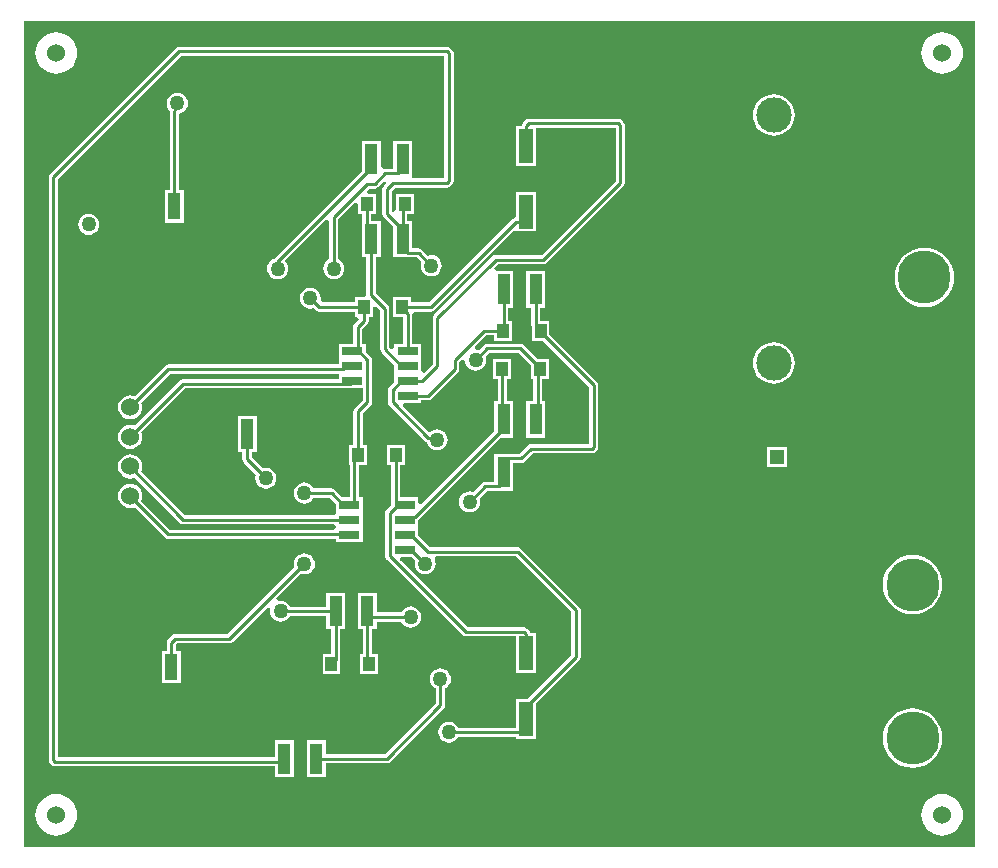
<source format=gbr>
%TF.GenerationSoftware,Altium Limited,Altium Designer,20.0.12 (288)*%
G04 Layer_Physical_Order=1*
G04 Layer_Color=255*
%FSLAX44Y44*%
%MOMM*%
%TF.FileFunction,Copper,L1,Top,Signal*%
%TF.Part,Single*%
G01*
G75*
%TA.AperFunction,SMDPad,CuDef*%
%ADD10R,1.2000X2.8500*%
%ADD11R,1.1000X2.2500*%
%ADD12R,1.1000X2.6000*%
%ADD13R,1.0000X1.2000*%
%ADD14R,1.7800X0.7200*%
%TA.AperFunction,Conductor*%
%ADD15C,0.2540*%
%TA.AperFunction,ComponentPad*%
%ADD16C,1.2000*%
%ADD17R,1.2000X1.2000*%
%TA.AperFunction,TestPad*%
%ADD18C,4.5000*%
%TA.AperFunction,ViaPad*%
%ADD19C,1.5240*%
%TA.AperFunction,ComponentPad*%
%ADD20C,3.0000*%
%ADD21C,1.5240*%
%TA.AperFunction,ViaPad*%
%ADD22C,1.2700*%
G36*
X805000Y0D02*
X0D01*
Y700000D01*
X805000D01*
Y0D01*
D02*
G37*
%LPC*%
G36*
X777500Y690125D02*
X774062Y689786D01*
X770755Y688783D01*
X767708Y687154D01*
X765037Y684963D01*
X762846Y682292D01*
X761217Y679245D01*
X760214Y675938D01*
X759875Y672500D01*
X760214Y669062D01*
X761217Y665755D01*
X762846Y662708D01*
X765037Y660037D01*
X767708Y657846D01*
X770755Y656217D01*
X774062Y655214D01*
X777500Y654875D01*
X780938Y655214D01*
X784245Y656217D01*
X787292Y657846D01*
X789963Y660037D01*
X792154Y662708D01*
X793783Y665755D01*
X794786Y669062D01*
X795125Y672500D01*
X794786Y675938D01*
X793783Y679245D01*
X792154Y682292D01*
X789963Y684963D01*
X787292Y687154D01*
X784245Y688783D01*
X780938Y689786D01*
X777500Y690125D01*
D02*
G37*
G36*
X27500D02*
X24062Y689786D01*
X20755Y688783D01*
X17708Y687154D01*
X15037Y684963D01*
X12845Y682292D01*
X11217Y679245D01*
X10214Y675938D01*
X9875Y672500D01*
X10214Y669062D01*
X11217Y665755D01*
X12845Y662708D01*
X15037Y660037D01*
X17708Y657846D01*
X20755Y656217D01*
X24062Y655214D01*
X27500Y654875D01*
X30938Y655214D01*
X34245Y656217D01*
X37292Y657846D01*
X39963Y660037D01*
X42154Y662708D01*
X43783Y665755D01*
X44786Y669062D01*
X45125Y672500D01*
X44786Y675938D01*
X43783Y679245D01*
X42154Y682292D01*
X39963Y684963D01*
X37292Y687154D01*
X34245Y688783D01*
X30938Y689786D01*
X27500Y690125D01*
D02*
G37*
G36*
X635000Y637625D02*
X631562Y637286D01*
X628255Y636284D01*
X625208Y634655D01*
X622537Y632463D01*
X620345Y629792D01*
X618717Y626745D01*
X617714Y623439D01*
X617375Y620000D01*
X617714Y616562D01*
X618717Y613256D01*
X620345Y610209D01*
X622537Y607538D01*
X625208Y605346D01*
X628255Y603717D01*
X631562Y602714D01*
X635000Y602375D01*
X638438Y602714D01*
X641745Y603717D01*
X644792Y605346D01*
X647463Y607538D01*
X649654Y610209D01*
X651283Y613256D01*
X652286Y616562D01*
X652625Y620000D01*
X652286Y623439D01*
X651283Y626745D01*
X649654Y629792D01*
X647463Y632463D01*
X644792Y634655D01*
X641745Y636284D01*
X638438Y637286D01*
X635000Y637625D01*
D02*
G37*
G36*
X358512Y677872D02*
X131488D01*
X130001Y677577D01*
X128741Y676735D01*
X22253Y570247D01*
X21411Y568987D01*
X21115Y567500D01*
Y73988D01*
X21411Y72501D01*
X22253Y71241D01*
X23741Y69753D01*
X25001Y68911D01*
X26488Y68615D01*
X212460D01*
Y59460D01*
X228540D01*
Y90540D01*
X212460D01*
Y76385D01*
X28885D01*
Y565891D01*
X133097Y670103D01*
X356115D01*
Y566385D01*
X331342D01*
X329040Y566960D01*
X329040Y568925D01*
Y598040D01*
X312960D01*
Y574655D01*
X306158D01*
X304672Y574359D01*
X304580Y574298D01*
X302040Y575656D01*
Y598040D01*
X285960D01*
Y572454D01*
X211805Y498299D01*
X210517Y497765D01*
X208660Y496340D01*
X207235Y494483D01*
X206339Y492321D01*
X206033Y490000D01*
X206339Y487679D01*
X207235Y485517D01*
X208660Y483660D01*
X210517Y482235D01*
X212679Y481339D01*
X215000Y481033D01*
X217321Y481339D01*
X219483Y482235D01*
X221340Y483660D01*
X222765Y485517D01*
X223661Y487679D01*
X223967Y490000D01*
X223661Y492321D01*
X222765Y494483D01*
X221340Y496340D01*
X221309Y496816D01*
X256075Y531582D01*
X258615Y530530D01*
Y498013D01*
X258017Y497766D01*
X256160Y496340D01*
X254735Y494483D01*
X253839Y492321D01*
X253533Y490000D01*
X253839Y487679D01*
X254735Y485517D01*
X256160Y483660D01*
X258017Y482235D01*
X260179Y481339D01*
X262500Y481033D01*
X264821Y481339D01*
X266983Y482235D01*
X268841Y483660D01*
X270266Y485517D01*
X271161Y487679D01*
X271467Y490000D01*
X271161Y492321D01*
X270266Y494483D01*
X268841Y496340D01*
X266983Y497766D01*
X266385Y498013D01*
Y531779D01*
X280613Y546007D01*
X282960Y545036D01*
Y536460D01*
X286616D01*
Y530540D01*
X285960D01*
Y499460D01*
X290116D01*
Y467888D01*
X287893Y466040D01*
X280460D01*
Y461385D01*
X253374D01*
X252927Y461646D01*
X251309Y463800D01*
X251467Y465000D01*
X251161Y467321D01*
X250265Y469483D01*
X248840Y471340D01*
X246983Y472765D01*
X244821Y473661D01*
X242500Y473967D01*
X240179Y473661D01*
X238017Y472765D01*
X236160Y471340D01*
X234735Y469483D01*
X233839Y467321D01*
X233533Y465000D01*
X233839Y462679D01*
X234735Y460517D01*
X236160Y458660D01*
X238017Y457235D01*
X240179Y456339D01*
X242500Y456033D01*
X244821Y456339D01*
X245419Y456587D01*
X247253Y454753D01*
X248513Y453911D01*
X250000Y453615D01*
X280460D01*
Y448960D01*
X282452D01*
X283426Y446420D01*
X279899Y442893D01*
X279057Y441633D01*
X278761Y440146D01*
Y426340D01*
X266760D01*
Y416180D01*
X266760Y414060D01*
X266760D01*
Y413640D01*
X266760D01*
Y408885D01*
X122500D01*
X121013Y408589D01*
X119753Y407747D01*
X93891Y381885D01*
X92652Y382398D01*
X90000Y382748D01*
X87348Y382398D01*
X84876Y381375D01*
X82754Y379746D01*
X81125Y377624D01*
X80101Y375152D01*
X79752Y372500D01*
X80101Y369848D01*
X81125Y367376D01*
X82754Y365254D01*
X84876Y363625D01*
X87348Y362601D01*
X90000Y362252D01*
X92652Y362601D01*
X95124Y363625D01*
X97246Y365254D01*
X98875Y367376D01*
X99899Y369848D01*
X100248Y372500D01*
X99899Y375152D01*
X99385Y376391D01*
X124109Y401115D01*
X264293D01*
X264372Y401110D01*
X266760Y400367D01*
Y396385D01*
X135000D01*
X133514Y396089D01*
X132254Y395247D01*
X93891Y356885D01*
X92652Y357398D01*
X90000Y357747D01*
X87348Y357398D01*
X84876Y356374D01*
X82754Y354746D01*
X81125Y352623D01*
X80101Y350152D01*
X79752Y347500D01*
X80101Y344847D01*
X81125Y342376D01*
X82754Y340253D01*
X84876Y338625D01*
X87348Y337601D01*
X90000Y337252D01*
X92652Y337601D01*
X95124Y338625D01*
X97246Y340253D01*
X98875Y342376D01*
X99899Y344847D01*
X100248Y347500D01*
X99899Y350152D01*
X99385Y351391D01*
X136609Y388615D01*
X275900D01*
X276124Y388660D01*
X287025D01*
Y378531D01*
X280253Y371759D01*
X279411Y370499D01*
X279115Y369012D01*
Y341040D01*
X275460D01*
Y323960D01*
X276115D01*
Y296340D01*
X269754D01*
X263347Y302747D01*
X262087Y303589D01*
X260600Y303885D01*
X245513D01*
X245265Y304483D01*
X243840Y306340D01*
X241983Y307765D01*
X239821Y308661D01*
X237500Y308967D01*
X235179Y308661D01*
X233017Y307765D01*
X231160Y306340D01*
X229735Y304483D01*
X228839Y302321D01*
X228533Y300000D01*
X228839Y297679D01*
X229735Y295517D01*
X231160Y293660D01*
X233017Y292235D01*
X235179Y291339D01*
X237500Y291033D01*
X239821Y291339D01*
X241983Y292235D01*
X243840Y293660D01*
X245265Y295517D01*
X245513Y296115D01*
X258991D01*
X264260Y290846D01*
X264260Y283181D01*
X262464Y281385D01*
X136609D01*
X99385Y318608D01*
X99899Y319848D01*
X100248Y322500D01*
X99899Y325152D01*
X98875Y327624D01*
X97246Y329746D01*
X95124Y331375D01*
X92652Y332398D01*
X90000Y332748D01*
X87348Y332398D01*
X84876Y331375D01*
X82754Y329746D01*
X81125Y327624D01*
X80101Y325152D01*
X79752Y322500D01*
X80101Y319848D01*
X81125Y317376D01*
X82754Y315254D01*
X84876Y313625D01*
X87348Y312602D01*
X90000Y312252D01*
X92652Y312602D01*
X93891Y313115D01*
X132253Y274753D01*
X133513Y273911D01*
X135000Y273615D01*
X262464D01*
X263986Y272094D01*
X264160Y271402D01*
X263011Y268885D01*
X124109D01*
X99385Y293608D01*
X99899Y294848D01*
X100248Y297500D01*
X99899Y300152D01*
X98875Y302624D01*
X97246Y304746D01*
X95124Y306374D01*
X92652Y307398D01*
X90000Y307747D01*
X87348Y307398D01*
X84876Y306374D01*
X82754Y304746D01*
X81125Y302624D01*
X80101Y300152D01*
X79752Y297500D01*
X80101Y294848D01*
X81125Y292376D01*
X82754Y290254D01*
X84876Y288625D01*
X87348Y287601D01*
X90000Y287252D01*
X92652Y287601D01*
X93891Y288115D01*
X119753Y262253D01*
X121013Y261411D01*
X122500Y261115D01*
X264260D01*
Y258660D01*
X287140D01*
Y268820D01*
X287140Y270940D01*
X287140Y273480D01*
Y281520D01*
X287140Y283640D01*
X287140Y286180D01*
Y296340D01*
X283885D01*
Y323960D01*
X290540D01*
Y341040D01*
X286885D01*
Y367403D01*
X293657Y374175D01*
X294499Y375435D01*
X294795Y376922D01*
Y412790D01*
X294499Y414277D01*
X293657Y415537D01*
X289640Y419554D01*
Y426340D01*
X286531D01*
Y438537D01*
X290747Y442753D01*
X291589Y444013D01*
X291885Y445500D01*
Y447000D01*
X291885Y447000D01*
Y448960D01*
X295540D01*
Y457536D01*
X297887Y458508D01*
X301800Y454594D01*
Y421515D01*
X302096Y420028D01*
X302938Y418768D01*
X313560Y408146D01*
X313560Y401360D01*
X313560Y398820D01*
Y394154D01*
X309543Y390137D01*
X308701Y388877D01*
X308405Y387390D01*
Y376922D01*
X308701Y375435D01*
X309543Y374175D01*
X339521Y344197D01*
X340781Y343355D01*
X341263Y343259D01*
X341339Y342679D01*
X342235Y340517D01*
X343660Y338660D01*
X345517Y337235D01*
X347679Y336339D01*
X350000Y336033D01*
X352321Y336339D01*
X354483Y337235D01*
X356340Y338660D01*
X357765Y340517D01*
X358661Y342679D01*
X358967Y345000D01*
X358661Y347321D01*
X357765Y349483D01*
X356340Y351340D01*
X354483Y352765D01*
X352321Y353661D01*
X350000Y353967D01*
X347679Y353661D01*
X345517Y352765D01*
X343660Y351340D01*
X343383Y351322D01*
X321092Y373613D01*
X322064Y375960D01*
X336440D01*
Y378615D01*
X342500D01*
X343987Y378911D01*
X345247Y379753D01*
X367747Y402253D01*
X368589Y403513D01*
X368885Y405000D01*
Y410891D01*
X371044Y413050D01*
X372285Y412776D01*
X373598Y412012D01*
X373839Y410179D01*
X374735Y408017D01*
X376160Y406160D01*
X378017Y404735D01*
X380179Y403839D01*
X382500Y403533D01*
X384821Y403839D01*
X386983Y404735D01*
X388840Y406160D01*
X390265Y408017D01*
X391161Y410179D01*
X391467Y412500D01*
X391161Y414821D01*
X390913Y415419D01*
X394109Y418615D01*
X418891D01*
X429460Y408046D01*
Y396460D01*
X431115D01*
Y378040D01*
X425460D01*
Y346960D01*
X441540D01*
Y378040D01*
X438885D01*
Y396460D01*
X444540D01*
Y413540D01*
X434954D01*
X423247Y425247D01*
X421987Y426089D01*
X420500Y426385D01*
X392500D01*
X391013Y426089D01*
X389753Y425247D01*
X385419Y420913D01*
X384821Y421161D01*
X382988Y421402D01*
X382224Y422715D01*
X381950Y423956D01*
X391609Y433615D01*
X397960D01*
Y428960D01*
X413040D01*
Y446040D01*
X410385D01*
Y456960D01*
X414540D01*
Y488040D01*
X400901D01*
X399609Y488040D01*
X398005Y490116D01*
X398050Y490556D01*
X401109Y493615D01*
X440000D01*
X441487Y493911D01*
X442747Y494753D01*
X507747Y559753D01*
X508589Y561013D01*
X508885Y562500D01*
Y611512D01*
X508589Y612999D01*
X507747Y614259D01*
X506259Y615747D01*
X504999Y616589D01*
X503512Y616885D01*
X427500D01*
X426013Y616589D01*
X424753Y615747D01*
X422253Y613247D01*
X421411Y611987D01*
X421123Y610540D01*
X416460D01*
Y576960D01*
X433540D01*
Y609115D01*
X501115D01*
Y564109D01*
X438391Y501385D01*
X399500D01*
X398013Y501089D01*
X396753Y500247D01*
X347253Y450747D01*
X346411Y449487D01*
X346115Y448000D01*
Y409109D01*
X338980Y401974D01*
X336440Y403026D01*
X336440Y411520D01*
X336440Y413640D01*
X336440D01*
Y414060D01*
X336440D01*
Y426340D01*
X328885D01*
Y451500D01*
X330991Y453615D01*
X344750D01*
X346237Y453911D01*
X347497Y454753D01*
X414865Y522121D01*
X416460Y521460D01*
Y521460D01*
X433540D01*
Y555040D01*
X416460D01*
Y533269D01*
X415191Y533017D01*
X413931Y532175D01*
X343141Y461385D01*
X327540D01*
Y466040D01*
X312460D01*
Y448960D01*
X321115D01*
Y426340D01*
X313560D01*
Y422663D01*
X311329Y421708D01*
X309570Y423156D01*
Y456203D01*
X309274Y457690D01*
X308432Y458950D01*
X297885Y469497D01*
Y499460D01*
X302040D01*
Y530540D01*
X294385D01*
Y536460D01*
X298040D01*
Y553540D01*
X291464D01*
X290492Y555886D01*
X292395Y557789D01*
X297062D01*
X298549Y558085D01*
X299809Y558927D01*
X305846Y564964D01*
X305873Y564959D01*
X306709Y562203D01*
X304753Y560247D01*
X303911Y558987D01*
X303615Y557500D01*
Y536000D01*
X303911Y534514D01*
X304753Y533253D01*
X312960Y525046D01*
Y499460D01*
X324855D01*
X325230Y499385D01*
X332621D01*
X336587Y495420D01*
X336339Y494821D01*
X336033Y492500D01*
X336339Y490179D01*
X337235Y488017D01*
X338660Y486160D01*
X340517Y484735D01*
X342679Y483839D01*
X345000Y483533D01*
X347321Y483839D01*
X349483Y484735D01*
X351340Y486160D01*
X352765Y488017D01*
X353661Y490179D01*
X353967Y492500D01*
X353661Y494821D01*
X352765Y496983D01*
X351340Y498840D01*
X349483Y500265D01*
X347321Y501161D01*
X345000Y501467D01*
X342679Y501161D01*
X342080Y500913D01*
X336977Y506017D01*
X335717Y506859D01*
X334230Y507155D01*
X329040D01*
Y530540D01*
X324885D01*
Y536460D01*
X330040D01*
Y553540D01*
X314960D01*
Y539355D01*
X312420Y538083D01*
X311385Y538857D01*
Y555891D01*
X314109Y558615D01*
X358512D01*
X359999Y558911D01*
X361259Y559753D01*
X362747Y561241D01*
X363589Y562501D01*
X363885Y563988D01*
Y672500D01*
X363589Y673987D01*
X362747Y675247D01*
X361259Y676735D01*
X359999Y677577D01*
X358512Y677872D01*
D02*
G37*
G36*
X130000Y638967D02*
X127679Y638661D01*
X125517Y637765D01*
X123660Y636340D01*
X122235Y634483D01*
X121339Y632321D01*
X121033Y630000D01*
X121339Y627679D01*
X122235Y625517D01*
X123660Y623660D01*
X123660Y623659D01*
X123615Y623432D01*
Y556540D01*
X119460D01*
Y528960D01*
X135540D01*
Y556540D01*
X131385D01*
Y621216D01*
X132321Y621339D01*
X134483Y622235D01*
X136340Y623660D01*
X137765Y625517D01*
X138661Y627679D01*
X138967Y630000D01*
X138661Y632321D01*
X137765Y634483D01*
X136340Y636340D01*
X134483Y637765D01*
X132321Y638661D01*
X130000Y638967D01*
D02*
G37*
G36*
X55000Y536467D02*
X52679Y536161D01*
X50517Y535266D01*
X48660Y533840D01*
X47235Y531983D01*
X46339Y529821D01*
X46033Y527500D01*
X46339Y525179D01*
X47235Y523017D01*
X48660Y521160D01*
X50517Y519735D01*
X52679Y518839D01*
X55000Y518533D01*
X57321Y518839D01*
X59483Y519735D01*
X61340Y521160D01*
X62765Y523017D01*
X63661Y525179D01*
X63967Y527500D01*
X63661Y529821D01*
X62765Y531983D01*
X61340Y533840D01*
X59483Y535266D01*
X57321Y536161D01*
X55000Y536467D01*
D02*
G37*
G36*
X762500Y507661D02*
X757591Y507178D01*
X752871Y505746D01*
X748521Y503421D01*
X744708Y500292D01*
X741579Y496479D01*
X739254Y492129D01*
X737822Y487409D01*
X737339Y482500D01*
X737822Y477591D01*
X739254Y472871D01*
X741579Y468521D01*
X744708Y464708D01*
X748521Y461579D01*
X752871Y459254D01*
X757591Y457822D01*
X762500Y457339D01*
X767409Y457822D01*
X772129Y459254D01*
X776479Y461579D01*
X780292Y464708D01*
X783421Y468521D01*
X785746Y472871D01*
X787178Y477591D01*
X787661Y482500D01*
X787178Y487409D01*
X785746Y492129D01*
X783421Y496479D01*
X780292Y500292D01*
X776479Y503421D01*
X772129Y505746D01*
X767409Y507178D01*
X762500Y507661D01*
D02*
G37*
G36*
X635000Y427625D02*
X631562Y427286D01*
X628255Y426283D01*
X625208Y424655D01*
X622537Y422463D01*
X620345Y419792D01*
X618717Y416745D01*
X617714Y413439D01*
X617375Y410000D01*
X617714Y406562D01*
X618717Y403256D01*
X620345Y400208D01*
X622537Y397538D01*
X625208Y395346D01*
X628255Y393717D01*
X631562Y392714D01*
X635000Y392375D01*
X638438Y392714D01*
X641745Y393717D01*
X644792Y395346D01*
X647463Y397538D01*
X649654Y400208D01*
X651283Y403256D01*
X652286Y406562D01*
X652625Y410000D01*
X652286Y413439D01*
X651283Y416745D01*
X649654Y419792D01*
X647463Y422463D01*
X644792Y424655D01*
X641745Y426283D01*
X638438Y427286D01*
X635000Y427625D01*
D02*
G37*
G36*
X646040Y339040D02*
X628960D01*
Y321960D01*
X646040D01*
Y339040D01*
D02*
G37*
G36*
X197040Y365541D02*
X180960D01*
Y334461D01*
X185116D01*
Y328500D01*
X185411Y327013D01*
X186253Y325753D01*
X196587Y315419D01*
X196339Y314821D01*
X196033Y312500D01*
X196339Y310179D01*
X197235Y308017D01*
X198660Y306160D01*
X200517Y304735D01*
X202679Y303839D01*
X205000Y303533D01*
X207321Y303839D01*
X209483Y304735D01*
X211340Y306160D01*
X212765Y308017D01*
X213661Y310179D01*
X213967Y312500D01*
X213661Y314821D01*
X212765Y316983D01*
X211340Y318840D01*
X209483Y320265D01*
X207321Y321161D01*
X205000Y321467D01*
X202679Y321161D01*
X202080Y320913D01*
X192885Y330109D01*
Y334461D01*
X197040D01*
Y365541D01*
D02*
G37*
G36*
X441540Y488040D02*
X425460D01*
Y456960D01*
X429616D01*
Y442500D01*
X429911Y441013D01*
X429960Y440940D01*
Y428960D01*
X439546D01*
X478615Y389891D01*
Y341385D01*
X429612D01*
X428125Y341089D01*
X426865Y340247D01*
X419732Y333114D01*
X410730D01*
X410355Y333040D01*
X398460D01*
Y309654D01*
X390770D01*
X389283Y309359D01*
X388023Y308517D01*
X380420Y300913D01*
X379821Y301161D01*
X377500Y301467D01*
X375179Y301161D01*
X373017Y300265D01*
X371160Y298840D01*
X369735Y296983D01*
X368839Y294821D01*
X368533Y292500D01*
X368839Y290179D01*
X369735Y288017D01*
X371160Y286160D01*
X373017Y284735D01*
X375179Y283839D01*
X377500Y283533D01*
X379821Y283839D01*
X381983Y284735D01*
X383840Y286160D01*
X385265Y288017D01*
X386161Y290179D01*
X386467Y292500D01*
X386161Y294821D01*
X385913Y295419D01*
X392379Y301885D01*
X402270D01*
X402645Y301960D01*
X414540D01*
Y325345D01*
X421341D01*
X422828Y325641D01*
X424088Y326483D01*
X431221Y333615D01*
X481012D01*
X482499Y333911D01*
X483759Y334753D01*
X485247Y336241D01*
X486089Y337501D01*
X486385Y338988D01*
Y391500D01*
X486089Y392987D01*
X485247Y394247D01*
X445040Y434454D01*
Y446040D01*
X437385D01*
Y456960D01*
X441540D01*
Y488040D01*
D02*
G37*
G36*
X412540Y413540D02*
X397460D01*
Y396460D01*
X401115D01*
Y378040D01*
X398460D01*
Y352454D01*
X336287Y290281D01*
X333940Y291253D01*
Y296340D01*
X318885D01*
Y323960D01*
X322540D01*
Y341040D01*
X307460D01*
Y323960D01*
X311115D01*
Y296340D01*
X311060D01*
Y289554D01*
X307043Y285537D01*
X306201Y284277D01*
X305905Y282790D01*
Y246922D01*
X306201Y245435D01*
X307043Y244175D01*
X371465Y179753D01*
X372725Y178911D01*
X374212Y178615D01*
X416460D01*
Y147460D01*
X433540D01*
Y181040D01*
X428754D01*
X428464Y182499D01*
X427622Y183759D01*
X426134Y185247D01*
X424874Y186089D01*
X423387Y186385D01*
X375821D01*
X318592Y243613D01*
X319564Y245960D01*
X328446D01*
X331444Y242962D01*
X331179Y242321D01*
X330873Y240000D01*
X331179Y237679D01*
X332075Y235517D01*
X333500Y233660D01*
X335357Y232235D01*
X337519Y231339D01*
X339840Y231033D01*
X342161Y231339D01*
X344323Y232235D01*
X346180Y233660D01*
X347605Y235517D01*
X348501Y237679D01*
X348807Y240000D01*
X348501Y242321D01*
X347915Y243735D01*
X349132Y246275D01*
X416743D01*
X463615Y199403D01*
Y162609D01*
X426546Y125540D01*
X416460D01*
Y101385D01*
X368013D01*
X367765Y101983D01*
X366340Y103840D01*
X364483Y105265D01*
X362321Y106161D01*
X360000Y106467D01*
X357679Y106161D01*
X355517Y105265D01*
X353660Y103840D01*
X352235Y101983D01*
X351339Y99821D01*
X351033Y97500D01*
X351339Y95179D01*
X352235Y93017D01*
X353660Y91160D01*
X355517Y89735D01*
X357679Y88839D01*
X360000Y88533D01*
X362321Y88839D01*
X364483Y89735D01*
X366340Y91160D01*
X367765Y93017D01*
X368013Y93615D01*
X416460D01*
Y91960D01*
X433540D01*
Y121546D01*
X470247Y158253D01*
X471089Y159513D01*
X471385Y161000D01*
Y201012D01*
X471089Y202499D01*
X470247Y203759D01*
X421099Y252907D01*
X419839Y253749D01*
X418352Y254045D01*
X344049D01*
X333940Y264154D01*
Y270940D01*
X333940D01*
Y271360D01*
X333940D01*
Y276992D01*
X334076Y277083D01*
X403954Y346960D01*
X414540D01*
Y378040D01*
X408885D01*
Y396460D01*
X412540D01*
Y413540D01*
D02*
G37*
G36*
X237500Y248967D02*
X235179Y248661D01*
X233017Y247765D01*
X231160Y246340D01*
X229735Y244483D01*
X228839Y242321D01*
X228533Y240000D01*
X228839Y237679D01*
X229087Y237081D01*
X172496Y180490D01*
X128105D01*
X126618Y180194D01*
X125358Y179352D01*
X122128Y176122D01*
X121286Y174861D01*
X120990Y173375D01*
Y166540D01*
X116960D01*
Y138960D01*
X133040D01*
Y166540D01*
X128760D01*
Y171766D01*
X129714Y172720D01*
X174105D01*
X175592Y173016D01*
X176852Y173858D01*
X206638Y203644D01*
X208702Y202403D01*
X208829Y202243D01*
X208533Y200000D01*
X208839Y197679D01*
X209735Y195517D01*
X211160Y193660D01*
X213017Y192235D01*
X215179Y191339D01*
X217500Y191033D01*
X219821Y191339D01*
X221983Y192235D01*
X223840Y193660D01*
X225265Y195517D01*
X225513Y196115D01*
X255960D01*
Y184460D01*
X260115D01*
Y163540D01*
X252960D01*
Y146460D01*
X268040D01*
Y163540D01*
X267885D01*
Y184460D01*
X272040D01*
Y215540D01*
X255960D01*
Y203885D01*
X225513D01*
X225265Y204483D01*
X223840Y206340D01*
X221983Y207765D01*
X219821Y208661D01*
X217500Y208967D01*
X215257Y208671D01*
X215097Y208798D01*
X213856Y210862D01*
X234581Y231587D01*
X235179Y231339D01*
X237500Y231033D01*
X239821Y231339D01*
X241983Y232235D01*
X243840Y233660D01*
X245265Y235517D01*
X246161Y237679D01*
X246467Y240000D01*
X246161Y242321D01*
X245265Y244483D01*
X243840Y246340D01*
X241983Y247765D01*
X239821Y248661D01*
X237500Y248967D01*
D02*
G37*
G36*
X752500Y247661D02*
X747591Y247178D01*
X742871Y245746D01*
X738521Y243421D01*
X734708Y240292D01*
X731579Y236479D01*
X729254Y232129D01*
X727822Y227409D01*
X727339Y222500D01*
X727822Y217591D01*
X729254Y212871D01*
X731579Y208521D01*
X734708Y204708D01*
X738521Y201579D01*
X742871Y199254D01*
X747591Y197822D01*
X752500Y197339D01*
X757409Y197822D01*
X762129Y199254D01*
X766479Y201579D01*
X770292Y204708D01*
X773421Y208521D01*
X775746Y212871D01*
X777178Y217591D01*
X777661Y222500D01*
X777178Y227409D01*
X775746Y232129D01*
X773421Y236479D01*
X770292Y240292D01*
X766479Y243421D01*
X762129Y245746D01*
X757409Y247178D01*
X752500Y247661D01*
D02*
G37*
G36*
X299040Y215540D02*
X282960D01*
Y184460D01*
X287115D01*
Y163540D01*
X284960D01*
Y146460D01*
X300040D01*
Y163540D01*
X294885D01*
Y184460D01*
X299040D01*
Y191115D01*
X319487D01*
X319735Y190517D01*
X321160Y188660D01*
X323017Y187235D01*
X325179Y186339D01*
X327500Y186033D01*
X329821Y186339D01*
X331983Y187235D01*
X333840Y188660D01*
X335265Y190517D01*
X336161Y192679D01*
X336467Y195000D01*
X336161Y197321D01*
X335265Y199483D01*
X333840Y201340D01*
X331983Y202765D01*
X329821Y203661D01*
X327500Y203967D01*
X325179Y203661D01*
X323017Y202765D01*
X321160Y201340D01*
X319735Y199483D01*
X319487Y198885D01*
X299040D01*
Y215540D01*
D02*
G37*
G36*
X352660Y151627D02*
X350339Y151321D01*
X348177Y150425D01*
X346320Y149000D01*
X344895Y147143D01*
X343999Y144981D01*
X343693Y142660D01*
X343999Y140339D01*
X344895Y138177D01*
X346320Y136320D01*
X348177Y134895D01*
X348775Y134647D01*
Y121769D01*
X305891Y78885D01*
X255540D01*
Y90540D01*
X239460D01*
Y59460D01*
X255540D01*
Y71115D01*
X307500D01*
X308987Y71411D01*
X310247Y72253D01*
X355407Y117413D01*
X356249Y118673D01*
X356545Y120160D01*
Y134647D01*
X357143Y134895D01*
X359000Y136320D01*
X360425Y138177D01*
X361321Y140339D01*
X361627Y142660D01*
X361321Y144981D01*
X360425Y147143D01*
X359000Y149000D01*
X357143Y150425D01*
X354981Y151321D01*
X352660Y151627D01*
D02*
G37*
G36*
X752500Y117661D02*
X747591Y117178D01*
X742871Y115746D01*
X738521Y113421D01*
X734708Y110292D01*
X731579Y106479D01*
X729254Y102129D01*
X727822Y97409D01*
X727339Y92500D01*
X727822Y87591D01*
X729254Y82871D01*
X731579Y78521D01*
X734708Y74708D01*
X738521Y71579D01*
X742871Y69254D01*
X747591Y67822D01*
X752500Y67339D01*
X757409Y67822D01*
X762129Y69254D01*
X766479Y71579D01*
X770292Y74708D01*
X773421Y78521D01*
X775746Y82871D01*
X777178Y87591D01*
X777661Y92500D01*
X777178Y97409D01*
X775746Y102129D01*
X773421Y106479D01*
X770292Y110292D01*
X766479Y113421D01*
X762129Y115746D01*
X757409Y117178D01*
X752500Y117661D01*
D02*
G37*
G36*
X777500Y45125D02*
X774062Y44786D01*
X770755Y43783D01*
X767708Y42154D01*
X765037Y39963D01*
X762846Y37292D01*
X761217Y34245D01*
X760214Y30938D01*
X759875Y27500D01*
X760214Y24062D01*
X761217Y20755D01*
X762846Y17708D01*
X765037Y15037D01*
X767708Y12845D01*
X770755Y11217D01*
X774062Y10214D01*
X777500Y9875D01*
X780938Y10214D01*
X784245Y11217D01*
X787292Y12845D01*
X789963Y15037D01*
X792154Y17708D01*
X793783Y20755D01*
X794786Y24062D01*
X795125Y27500D01*
X794786Y30938D01*
X793783Y34245D01*
X792154Y37292D01*
X789963Y39963D01*
X787292Y42154D01*
X784245Y43783D01*
X780938Y44786D01*
X777500Y45125D01*
D02*
G37*
G36*
X27500D02*
X24062Y44786D01*
X20755Y43783D01*
X17708Y42154D01*
X15037Y39963D01*
X12845Y37292D01*
X11217Y34245D01*
X10214Y30938D01*
X9875Y27500D01*
X10214Y24062D01*
X11217Y20755D01*
X12845Y17708D01*
X15037Y15037D01*
X17708Y12845D01*
X20755Y11217D01*
X24062Y10214D01*
X27500Y9875D01*
X30938Y10214D01*
X34245Y11217D01*
X37292Y12845D01*
X39963Y15037D01*
X42154Y17708D01*
X43783Y20755D01*
X44786Y24062D01*
X45125Y27500D01*
X44786Y30938D01*
X43783Y34245D01*
X42154Y37292D01*
X39963Y39963D01*
X37292Y42154D01*
X34245Y43783D01*
X30938Y44786D01*
X27500Y45125D01*
D02*
G37*
%LPD*%
D10*
X425000Y593750D02*
D03*
X425000Y538250D02*
D03*
X425000Y108750D02*
D03*
X425000Y164250D02*
D03*
D11*
X127500Y542750D02*
D03*
Y502250D02*
D03*
X125000Y152750D02*
D03*
Y112250D02*
D03*
D12*
X216000Y350001D02*
D03*
X189000D02*
D03*
X406500Y317500D02*
D03*
X433500D02*
D03*
X406500Y472500D02*
D03*
X433500D02*
D03*
X294000Y515000D02*
D03*
X321001D02*
D03*
X264000Y200000D02*
D03*
X291000D02*
D03*
X321000Y582500D02*
D03*
X294000D02*
D03*
X433500Y362500D02*
D03*
X406500D02*
D03*
X247500Y75000D02*
D03*
X220500D02*
D03*
D13*
X437500Y437500D02*
D03*
X405500D02*
D03*
X322500Y545000D02*
D03*
X290500D02*
D03*
X292500Y155000D02*
D03*
X260500D02*
D03*
X320000Y457500D02*
D03*
X288000D02*
D03*
X405000Y405000D02*
D03*
X437000D02*
D03*
X315000Y332500D02*
D03*
X283000D02*
D03*
D14*
X278200Y420200D02*
D03*
Y407500D02*
D03*
Y394800D02*
D03*
Y382100D02*
D03*
X325000Y420200D02*
D03*
Y407500D02*
D03*
Y394800D02*
D03*
Y382100D02*
D03*
X275700Y290200D02*
D03*
Y277500D02*
D03*
Y264800D02*
D03*
Y252100D02*
D03*
X322500Y290200D02*
D03*
Y277500D02*
D03*
Y264800D02*
D03*
Y252100D02*
D03*
D15*
X425125Y534283D02*
Y541375D01*
X420270Y529428D02*
X425125Y534283D01*
X416678Y529428D02*
X420270D01*
X344750Y457500D02*
X416678Y529428D01*
X350000Y407500D02*
Y448000D01*
X399500Y497500D02*
X440000D01*
X350000Y448000D02*
X399500Y497500D01*
X320000Y457500D02*
X344750D01*
X505000Y562500D02*
Y611512D01*
X425000Y610500D02*
X427500Y613000D01*
X503512D02*
X505000Y611512D01*
X427500Y613000D02*
X503512D01*
X425000Y593750D02*
Y610500D01*
X127375Y553625D02*
X127500Y553750D01*
X128056Y628056D02*
X130000Y630000D01*
X128056Y623988D02*
Y628056D01*
X127500Y623432D02*
X128056Y623988D01*
X127500Y553750D02*
Y623432D01*
X25000Y567500D02*
X131488Y673988D01*
X358512D01*
X360000Y563988D02*
Y672500D01*
X358512Y673988D02*
X360000Y672500D01*
X358512Y562500D02*
X360000Y563988D01*
X334230Y503270D02*
X345000Y492500D01*
X325230Y503270D02*
X334230D01*
X189000Y328500D02*
Y350001D01*
Y328500D02*
X205000Y312500D01*
X374212Y182500D02*
X423387D01*
X309790Y246922D02*
X374212Y182500D01*
X424875Y161125D02*
Y181012D01*
X423387Y182500D02*
X424875Y181012D01*
X338818Y241022D02*
Y241082D01*
X327800Y252100D02*
X338818Y241082D01*
Y241022D02*
X339840Y240000D01*
X319700Y394800D02*
X325000D01*
X312290Y387390D02*
X319700Y394800D01*
X312290Y376922D02*
Y387390D01*
Y376922D02*
X342268Y346944D01*
X348056D01*
X350000Y345000D01*
X342500Y382500D02*
X365000Y405000D01*
Y412500D02*
X390000Y437500D01*
X365000Y405000D02*
Y412500D01*
X337300Y394800D02*
X350000Y407500D01*
X325000Y382100D02*
X325400Y382500D01*
X342500D01*
X390000Y437500D02*
X405500D01*
X420500Y422500D02*
X437000Y406000D01*
X382500Y412500D02*
X392500Y422500D01*
X420500D01*
X325000Y394800D02*
X337300D01*
X440000Y497500D02*
X505000Y562500D01*
X406500Y438500D02*
Y472500D01*
X405500Y437500D02*
X406500Y438500D01*
X321001Y522500D02*
Y543500D01*
X25000Y73988D02*
Y567500D01*
X218000Y72500D02*
X220500Y75000D01*
X26488Y72500D02*
X218000D01*
X25000Y73988D02*
X26488Y72500D01*
X312500Y562500D02*
X358512D01*
X307500Y557500D02*
X312500Y562500D01*
X321001Y515000D02*
Y522500D01*
X307500Y536000D02*
X321001Y522500D01*
X307500Y536000D02*
Y557500D01*
X290500Y507500D02*
Y545000D01*
X305685Y421515D02*
Y456203D01*
X294000Y467888D02*
X305685Y456203D01*
X294000Y467888D02*
Y515000D01*
X305685Y421515D02*
X319700Y407500D01*
X325000D01*
X321001Y507500D02*
Y515000D01*
Y507500D02*
X325230Y503270D01*
X321001Y543500D02*
X322500Y545000D01*
X262500Y490000D02*
Y533388D01*
X250000Y457500D02*
X288000D01*
X242500Y465000D02*
X250000Y457500D01*
X352660Y120160D02*
Y142660D01*
X307500Y75000D02*
X352660Y120160D01*
X247500Y75000D02*
X307500D01*
X425125Y100730D02*
Y108875D01*
X421895Y97500D02*
X425125Y100730D01*
X360000Y97500D02*
X421895D01*
X418352Y250160D02*
X467500Y201012D01*
X322500Y264800D02*
X327800D01*
X342440Y250160D02*
X418352D01*
X467500Y161000D02*
Y201012D01*
X327800Y264800D02*
X342440Y250160D01*
X425125Y108875D02*
Y118625D01*
X467500Y161000D01*
X278200Y420200D02*
X283500D01*
X282646Y421054D02*
Y440146D01*
X288000Y445500D01*
X277670Y290200D02*
X280000Y292530D01*
Y329500D02*
X283000Y332500D01*
X280000Y292530D02*
Y329500D01*
X270400Y290200D02*
X277670D01*
X290500Y507500D02*
X293000Y505000D01*
X320000Y456500D02*
X325000Y451500D01*
Y420200D02*
Y451500D01*
X317200Y290200D02*
X317330D01*
X315000Y292530D02*
Y332500D01*
Y292530D02*
X317330Y290200D01*
X322500D01*
X324830Y279830D02*
X331329D01*
X322500Y277500D02*
X324830Y279830D01*
X331329D02*
X406500Y355000D01*
X217500Y200000D02*
X264000D01*
X217500Y200000D02*
X217500Y200000D01*
X174105Y176605D02*
X237500Y240000D01*
X128105Y176605D02*
X174105D01*
X320000Y456500D02*
Y457500D01*
X135000Y277500D02*
X275700D01*
X90000Y322500D02*
X135000Y277500D01*
X122500Y265000D02*
X275500D01*
X90000Y297500D02*
X122500Y265000D01*
X283500Y420200D02*
X290910Y412790D01*
Y376922D02*
Y412790D01*
X283000Y369012D02*
X290910Y376922D01*
X283000Y332500D02*
Y369012D01*
X260600Y300000D02*
X270400Y290200D01*
X237500Y300000D02*
X260600D01*
X124875Y163625D02*
Y173375D01*
X128105Y176605D01*
X264000Y158500D02*
Y200000D01*
X260500Y155000D02*
X264000Y158500D01*
X291000Y199230D02*
Y200000D01*
Y156500D02*
Y199230D01*
Y156500D02*
X292500Y155000D01*
X291000Y199230D02*
X295230Y195000D01*
X327500D01*
X322500Y252100D02*
X327800D01*
X309790Y282790D02*
X317200Y290200D01*
X309790Y246922D02*
Y282790D01*
X429612Y337500D02*
X481012D01*
X437500Y436500D02*
Y437500D01*
Y436500D02*
X482500Y391500D01*
Y338988D02*
Y391500D01*
X481012Y337500D02*
X482500Y338988D01*
X406500Y317500D02*
Y325000D01*
X410730Y329230D01*
X421341D01*
X429612Y337500D01*
X406500Y310000D02*
Y317500D01*
X402270Y305770D02*
X406500Y310000D01*
X390770Y305770D02*
X402270D01*
X377500Y292500D02*
X390770Y305770D01*
X406500Y355000D02*
Y362500D01*
X437000Y405000D02*
Y406000D01*
X288000Y445500D02*
Y447000D01*
X288000D02*
Y457500D01*
X214302Y495302D02*
X294000Y575000D01*
X214302Y490698D02*
X215000Y490000D01*
X214302Y490698D02*
Y495302D01*
X294000Y575000D02*
Y582500D01*
X321000Y575000D02*
Y582500D01*
X316770Y570770D02*
X321000Y575000D01*
X306158Y570770D02*
X316770D01*
X297062Y561674D02*
X306158Y570770D01*
X290786Y561674D02*
X297062D01*
X262500Y533388D02*
X290786Y561674D01*
X433500Y442500D02*
Y472500D01*
Y442500D02*
X437500Y438500D01*
Y437500D02*
Y438500D01*
X433500Y362500D02*
X435000Y364000D01*
Y402999D02*
X437000Y405000D01*
X435000Y364000D02*
Y402999D01*
X405000Y364000D02*
Y405000D01*
Y364000D02*
X406500Y362500D01*
X275500Y265000D02*
X275700Y264800D01*
X275900Y392500D02*
X278200Y394800D01*
X90000Y347500D02*
X135000Y392500D01*
X275900D01*
X90000Y372500D02*
X122500Y405000D01*
X270570Y405170D02*
X272900Y407500D01*
X269252Y405170D02*
X270570D01*
X269082Y405000D02*
X269252Y405170D01*
X122500Y405000D02*
X269082D01*
X272900Y407500D02*
X278200D01*
D16*
X637500Y274500D02*
D03*
D17*
Y330500D02*
D03*
D18*
X762500Y612500D02*
D03*
Y482500D02*
D03*
X752500Y222500D02*
D03*
Y92500D02*
D03*
D19*
X27500Y672500D02*
D03*
Y27500D02*
D03*
X777500D02*
D03*
Y672500D02*
D03*
D20*
X635000Y410000D02*
D03*
Y620000D02*
D03*
D21*
X90000Y272500D02*
D03*
Y297500D02*
D03*
Y322500D02*
D03*
Y347500D02*
D03*
Y372500D02*
D03*
D22*
X345000Y492500D02*
D03*
X55000Y527500D02*
D03*
X205000Y312500D02*
D03*
X339840Y240000D02*
D03*
X382500Y412500D02*
D03*
X262500Y490000D02*
D03*
X242500Y465000D02*
D03*
X352660Y142660D02*
D03*
X360000Y97500D02*
D03*
X350000Y345000D02*
D03*
X217500Y200000D02*
D03*
X237500Y300000D02*
D03*
Y240000D02*
D03*
X327500Y195000D02*
D03*
X377500Y292500D02*
D03*
X130000Y630000D02*
D03*
X215000Y490000D02*
D03*
%TF.MD5,5b51b05a369694f31536776048db8b9b*%
M02*

</source>
